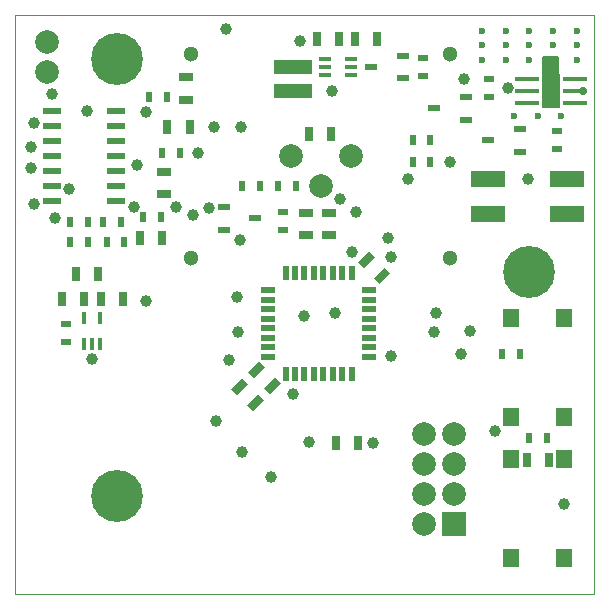
<source format=gbr>
G04 #@! TF.FileFunction,Soldermask,Top*
%FSLAX46Y46*%
G04 Gerber Fmt 4.6, Leading zero omitted, Abs format (unit mm)*
G04 Created by KiCad (PCBNEW 4.0.4+dfsg1-stable) date Wed Mar  8 20:37:53 2017*
%MOMM*%
%LPD*%
G01*
G04 APERTURE LIST*
%ADD10C,0.100000*%
%ADD11R,1.400000X1.600000*%
%ADD12C,0.600000*%
%ADD13R,0.900000X0.500000*%
%ADD14R,1.000000X0.600000*%
%ADD15C,4.400000*%
%ADD16R,0.500000X1.200000*%
%ADD17R,1.200000X0.500000*%
%ADD18R,0.700000X1.300000*%
%ADD19R,0.500000X0.900000*%
%ADD20R,1.300000X0.700000*%
%ADD21C,2.000000*%
%ADD22R,1.500000X0.600000*%
%ADD23R,0.400000X1.000000*%
%ADD24R,3.200000X1.200000*%
%ADD25R,1.000000X0.350000*%
%ADD26R,2.000000X0.400000*%
%ADD27R,1.500000X3.000000*%
%ADD28R,3.000000X1.400000*%
%ADD29R,2.000000X2.000000*%
%ADD30C,1.300000*%
%ADD31C,1.000000*%
%ADD32C,0.700000*%
%ADD33C,0.200000*%
G04 APERTURE END LIST*
D10*
X118200000Y-118200000D02*
X167200000Y-118200000D01*
X118200000Y-69200000D02*
X118200000Y-118200000D01*
X167200000Y-69200000D02*
X118200000Y-69200000D01*
X167200000Y-118200000D02*
X167200000Y-69200000D01*
D11*
X160210000Y-115200000D03*
X164710000Y-115200000D03*
X160210000Y-106800000D03*
X164710000Y-106800000D03*
D12*
X163750000Y-73000000D03*
X165750000Y-73000000D03*
X157750000Y-73000000D03*
X161750000Y-73000000D03*
X159750000Y-73000000D03*
X163750000Y-70500000D03*
X165750000Y-70500000D03*
X157750000Y-70500000D03*
X161750000Y-70500000D03*
X159750000Y-70500000D03*
X165750000Y-71750000D03*
X163750000Y-71750000D03*
X157750000Y-71750000D03*
X159750000Y-71750000D03*
X161750000Y-71750000D03*
X164450000Y-77700000D03*
X162450000Y-77700000D03*
X160450000Y-77700000D03*
D13*
X164080000Y-80500000D03*
X164080000Y-79000000D03*
D14*
X160930000Y-80750000D03*
X160930000Y-78850000D03*
X158230000Y-79800000D03*
D15*
X126800000Y-72900000D03*
X161700000Y-90950000D03*
D16*
X146700000Y-91050000D03*
X145900000Y-91050000D03*
X145100000Y-91050000D03*
X144300000Y-91050000D03*
X143500000Y-91050000D03*
X142700000Y-91050000D03*
X141900000Y-91050000D03*
X141100000Y-91050000D03*
D17*
X139650000Y-92500000D03*
X139650000Y-93300000D03*
X139650000Y-94100000D03*
X139650000Y-94900000D03*
X139650000Y-95700000D03*
X139650000Y-96500000D03*
X139650000Y-97300000D03*
X139650000Y-98100000D03*
D16*
X141100000Y-99550000D03*
X141900000Y-99550000D03*
X142700000Y-99550000D03*
X143500000Y-99550000D03*
X144300000Y-99550000D03*
X145100000Y-99550000D03*
X145900000Y-99550000D03*
X146700000Y-99550000D03*
D17*
X148150000Y-98100000D03*
X148150000Y-97300000D03*
X148150000Y-96500000D03*
X148150000Y-95700000D03*
X148150000Y-94900000D03*
X148150000Y-94100000D03*
X148150000Y-93300000D03*
X148150000Y-92500000D03*
D18*
X147250000Y-105400000D03*
X145350000Y-105400000D03*
D19*
X153350000Y-81600000D03*
X151850000Y-81600000D03*
D10*
G36*
X140678858Y-100359619D02*
X139759619Y-101278858D01*
X139264644Y-100783883D01*
X140183883Y-99864644D01*
X140678858Y-100359619D01*
X140678858Y-100359619D01*
G37*
G36*
X139335356Y-99016117D02*
X138416117Y-99935356D01*
X137921142Y-99440381D01*
X138840381Y-98521142D01*
X139335356Y-99016117D01*
X139335356Y-99016117D01*
G37*
G36*
X147221142Y-90140381D02*
X148140381Y-89221142D01*
X148635356Y-89716117D01*
X147716117Y-90635356D01*
X147221142Y-90140381D01*
X147221142Y-90140381D01*
G37*
G36*
X148564644Y-91483883D02*
X149483883Y-90564644D01*
X149978858Y-91059619D01*
X149059619Y-91978858D01*
X148564644Y-91483883D01*
X148564644Y-91483883D01*
G37*
G36*
X139278858Y-101759619D02*
X138359619Y-102678858D01*
X137864644Y-102183883D01*
X138783883Y-101264644D01*
X139278858Y-101759619D01*
X139278858Y-101759619D01*
G37*
G36*
X137935356Y-100416117D02*
X137016117Y-101335356D01*
X136521142Y-100840381D01*
X137440381Y-99921142D01*
X137935356Y-100416117D01*
X137935356Y-100416117D01*
G37*
D20*
X144800000Y-87850000D03*
X144800000Y-85950000D03*
X142800000Y-87850000D03*
X142800000Y-85950000D03*
D18*
X161500000Y-106850000D03*
X163400000Y-106850000D03*
X144950000Y-79300000D03*
X143050000Y-79300000D03*
X133000000Y-78650000D03*
X131100000Y-78650000D03*
D20*
X132700000Y-74450000D03*
X132700000Y-76350000D03*
D18*
X123350000Y-91100000D03*
X125250000Y-91100000D03*
D20*
X130800000Y-82450000D03*
X130800000Y-84350000D03*
D18*
X128750000Y-88100000D03*
X130650000Y-88100000D03*
X125450000Y-93200000D03*
X127350000Y-93200000D03*
X124050000Y-93200000D03*
X122150000Y-93200000D03*
X148850000Y-71200000D03*
X146950000Y-71200000D03*
X143750000Y-71200000D03*
X145650000Y-71200000D03*
D21*
X120900000Y-73970000D03*
X120900000Y-71430000D03*
D14*
X151050000Y-74550000D03*
X151050000Y-72650000D03*
X148350000Y-73600000D03*
D19*
X163200000Y-105000000D03*
X161700000Y-105000000D03*
X151850000Y-79800000D03*
X153350000Y-79800000D03*
X160950000Y-97900000D03*
X159450000Y-97900000D03*
X140450000Y-83700000D03*
X141950000Y-83700000D03*
X137450000Y-83700000D03*
X138950000Y-83700000D03*
X129550000Y-76150000D03*
X131050000Y-76150000D03*
X130650000Y-80900000D03*
X132150000Y-80900000D03*
X122850000Y-86700000D03*
X124350000Y-86700000D03*
X125650000Y-86700000D03*
X127150000Y-86700000D03*
X129050000Y-86300000D03*
X130550000Y-86300000D03*
D13*
X152700000Y-74350000D03*
X152700000Y-72850000D03*
X122500000Y-96850000D03*
X122500000Y-95350000D03*
D22*
X126750000Y-84960000D03*
X126750000Y-83690000D03*
X126750000Y-82420000D03*
X126750000Y-81150000D03*
X126750000Y-79880000D03*
X126750000Y-78610000D03*
X126750000Y-77340000D03*
X121350000Y-77340000D03*
X121350000Y-78610000D03*
X121350000Y-79880000D03*
X121350000Y-81150000D03*
X121350000Y-82420000D03*
X121350000Y-83690000D03*
X121350000Y-84960000D03*
D23*
X124050000Y-97000000D03*
X124700000Y-97000000D03*
X125350000Y-97000000D03*
X125350000Y-94800000D03*
X124050000Y-94800000D03*
D24*
X141700000Y-75640000D03*
X141700000Y-73560000D03*
D25*
X146600000Y-74250000D03*
X146600000Y-73600000D03*
X146600000Y-72950000D03*
X144400000Y-72950000D03*
X144400000Y-73600000D03*
X144400000Y-74250000D03*
D19*
X122850000Y-88400000D03*
X124350000Y-88400000D03*
X125950000Y-88400000D03*
X127450000Y-88400000D03*
D11*
X160200000Y-103250000D03*
X164700000Y-103250000D03*
X160200000Y-94850000D03*
X164700000Y-94850000D03*
D14*
X156350000Y-78050000D03*
X156350000Y-76150000D03*
X153650000Y-77100000D03*
D13*
X158300000Y-76100000D03*
X158300000Y-74600000D03*
D14*
X135850000Y-85450000D03*
X135850000Y-87350000D03*
X138550000Y-86400000D03*
D13*
X140900000Y-87350000D03*
X140900000Y-85850000D03*
D15*
X126800000Y-109900000D03*
D26*
X165600000Y-76600000D03*
X165600000Y-75600000D03*
X165600000Y-74600000D03*
X161500000Y-74600000D03*
X161500000Y-75600000D03*
X161500000Y-76600000D03*
D27*
X163550000Y-75600000D03*
D28*
X164900000Y-83050000D03*
X164900000Y-86050000D03*
X158200000Y-83050000D03*
X158200000Y-86050000D03*
D29*
X155400000Y-112240000D03*
D21*
X152860000Y-112240000D03*
X155400000Y-109700000D03*
X152860000Y-109700000D03*
X155400000Y-107160000D03*
X152860000Y-107160000D03*
X155400000Y-104620000D03*
X152860000Y-104620000D03*
X146600000Y-81100000D03*
X141520000Y-81100000D03*
X144060000Y-83640000D03*
D30*
X133060000Y-89750000D03*
X133060000Y-72450000D03*
X155060000Y-72450000D03*
X155060000Y-89750000D03*
D31*
X164700000Y-103250000D03*
X164700000Y-94850000D03*
X161600000Y-83050000D03*
X164710000Y-110600000D03*
D32*
X166300000Y-75600000D03*
D31*
X148500000Y-105400000D03*
X142700000Y-94700000D03*
X145700000Y-84800000D03*
X137200000Y-88200000D03*
X150050000Y-89650006D03*
X129300000Y-93400000D03*
X119550000Y-80400000D03*
X124700000Y-98300000D03*
X149750000Y-88050000D03*
X143100000Y-105360000D03*
X147050000Y-85900008D03*
X153799994Y-94400000D03*
X158800000Y-104400000D03*
X145299998Y-94400000D03*
X156192798Y-74600000D03*
X159900000Y-75400000D03*
X121550000Y-86399988D03*
X128550000Y-81900000D03*
X131800000Y-85400000D03*
X136050000Y-70400000D03*
X142300000Y-71400000D03*
X145050000Y-75650000D03*
X135000000Y-78700000D03*
X137300000Y-78650000D03*
X133700000Y-80899998D03*
X129300000Y-77400000D03*
X128300000Y-85400000D03*
X122800000Y-83900000D03*
X150050000Y-98050000D03*
X155950000Y-97900000D03*
X119800000Y-78310000D03*
X124300000Y-77350002D03*
X121300000Y-75900000D03*
X133300000Y-86150000D03*
X139900000Y-108300000D03*
X137000000Y-93095980D03*
X137400000Y-106200000D03*
X135200000Y-103600000D03*
X137100000Y-96000000D03*
X136300002Y-98400000D03*
X141700000Y-101300000D03*
X146714475Y-89258746D03*
X119550000Y-82150000D03*
X156750000Y-95950000D03*
X153650000Y-96050000D03*
X155000000Y-81600000D03*
X151500000Y-83100000D03*
X134600000Y-85500000D03*
X119800000Y-85150000D03*
D33*
G36*
X164200000Y-74300000D02*
X162900000Y-74300000D01*
X162900000Y-72700000D01*
X164200000Y-72700000D01*
X164200000Y-74300000D01*
X164200000Y-74300000D01*
G37*
X164200000Y-74300000D02*
X162900000Y-74300000D01*
X162900000Y-72700000D01*
X164200000Y-72700000D01*
X164200000Y-74300000D01*
M02*

</source>
